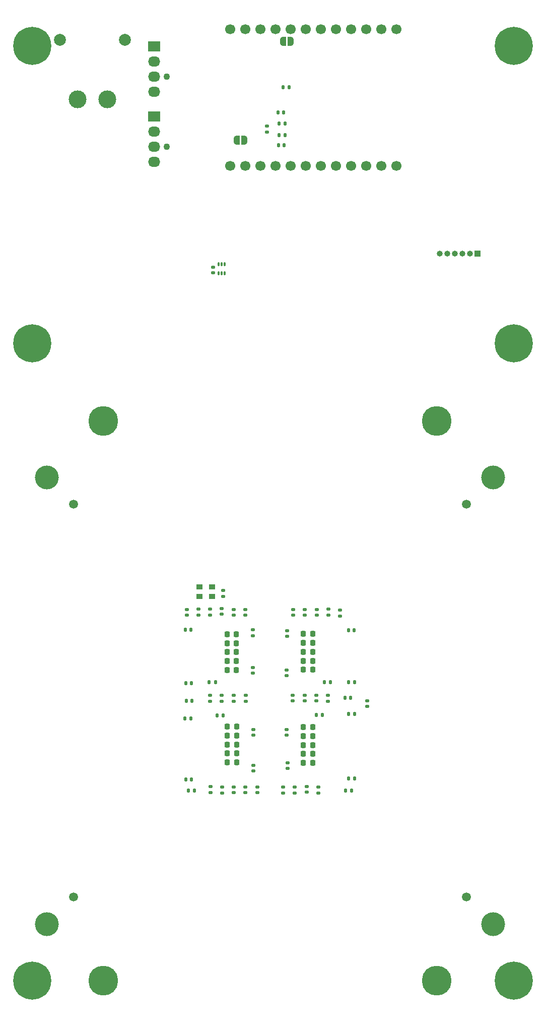
<source format=gbs>
G04 #@! TF.GenerationSoftware,KiCad,Pcbnew,9.0.1*
G04 #@! TF.CreationDate,2025-06-03T01:03:25-04:00*
G04 #@! TF.ProjectId,nerdqaxe++,6e657264-7161-4786-952b-2b2e6b696361,rev?*
G04 #@! TF.SameCoordinates,Original*
G04 #@! TF.FileFunction,Soldermask,Bot*
G04 #@! TF.FilePolarity,Negative*
%FSLAX46Y46*%
G04 Gerber Fmt 4.6, Leading zero omitted, Abs format (unit mm)*
G04 Created by KiCad (PCBNEW 9.0.1) date 2025-06-03 01:03:25*
%MOMM*%
%LPD*%
G01*
G04 APERTURE LIST*
G04 Aperture macros list*
%AMRoundRect*
0 Rectangle with rounded corners*
0 $1 Rounding radius*
0 $2 $3 $4 $5 $6 $7 $8 $9 X,Y pos of 4 corners*
0 Add a 4 corners polygon primitive as box body*
4,1,4,$2,$3,$4,$5,$6,$7,$8,$9,$2,$3,0*
0 Add four circle primitives for the rounded corners*
1,1,$1+$1,$2,$3*
1,1,$1+$1,$4,$5*
1,1,$1+$1,$6,$7*
1,1,$1+$1,$8,$9*
0 Add four rect primitives between the rounded corners*
20,1,$1+$1,$2,$3,$4,$5,0*
20,1,$1+$1,$4,$5,$6,$7,0*
20,1,$1+$1,$6,$7,$8,$9,0*
20,1,$1+$1,$8,$9,$2,$3,0*%
%AMFreePoly0*
4,1,23,0.500000,-0.750000,0.000000,-0.750000,0.000000,-0.745722,-0.065263,-0.745722,-0.191342,-0.711940,-0.304381,-0.646677,-0.396677,-0.554381,-0.461940,-0.441342,-0.495722,-0.315263,-0.495722,-0.250000,-0.500000,-0.250000,-0.500000,0.250000,-0.495722,0.250000,-0.495722,0.315263,-0.461940,0.441342,-0.396677,0.554381,-0.304381,0.646677,-0.191342,0.711940,-0.065263,0.745722,0.000000,0.745722,
0.000000,0.750000,0.500000,0.750000,0.500000,-0.750000,0.500000,-0.750000,$1*%
%AMFreePoly1*
4,1,23,0.000000,0.745722,0.065263,0.745722,0.191342,0.711940,0.304381,0.646677,0.396677,0.554381,0.461940,0.441342,0.495722,0.315263,0.495722,0.250000,0.500000,0.250000,0.500000,-0.250000,0.495722,-0.250000,0.495722,-0.315263,0.461940,-0.441342,0.396677,-0.554381,0.304381,-0.646677,0.191342,-0.711940,0.065263,-0.745722,0.000000,-0.745722,0.000000,-0.750000,-0.500000,-0.750000,
-0.500000,0.750000,0.000000,0.750000,0.000000,0.745722,0.000000,0.745722,$1*%
G04 Aperture macros list end*
%ADD10C,0.800000*%
%ADD11C,6.400000*%
%ADD12C,4.000000*%
%ADD13C,5.000000*%
%ADD14C,1.700000*%
%ADD15C,3.000000*%
%ADD16C,2.000000*%
%ADD17C,1.500000*%
%ADD18R,1.000000X1.000000*%
%ADD19O,1.000000X1.000000*%
%ADD20C,1.100000*%
%ADD21R,2.030000X1.730000*%
%ADD22O,2.030000X1.730000*%
%ADD23RoundRect,0.140000X-0.170000X0.140000X-0.170000X-0.140000X0.170000X-0.140000X0.170000X0.140000X0*%
%ADD24RoundRect,0.140000X0.140000X0.170000X-0.140000X0.170000X-0.140000X-0.170000X0.140000X-0.170000X0*%
%ADD25RoundRect,0.135000X-0.135000X-0.185000X0.135000X-0.185000X0.135000X0.185000X-0.135000X0.185000X0*%
%ADD26RoundRect,0.225000X0.225000X0.250000X-0.225000X0.250000X-0.225000X-0.250000X0.225000X-0.250000X0*%
%ADD27RoundRect,0.225000X-0.225000X-0.250000X0.225000X-0.250000X0.225000X0.250000X-0.225000X0.250000X0*%
%ADD28RoundRect,0.135000X0.135000X0.185000X-0.135000X0.185000X-0.135000X-0.185000X0.135000X-0.185000X0*%
%ADD29RoundRect,0.140000X0.170000X-0.140000X0.170000X0.140000X-0.170000X0.140000X-0.170000X-0.140000X0*%
%ADD30RoundRect,0.135000X-0.185000X0.135000X-0.185000X-0.135000X0.185000X-0.135000X0.185000X0.135000X0*%
%ADD31RoundRect,0.140000X-0.140000X-0.170000X0.140000X-0.170000X0.140000X0.170000X-0.140000X0.170000X0*%
%ADD32RoundRect,0.135000X0.185000X-0.135000X0.185000X0.135000X-0.185000X0.135000X-0.185000X-0.135000X0*%
%ADD33R,1.000000X0.900000*%
%ADD34FreePoly0,0.000000*%
%ADD35FreePoly1,0.000000*%
%ADD36RoundRect,0.050000X0.100000X-0.285000X0.100000X0.285000X-0.100000X0.285000X-0.100000X-0.285000X0*%
G04 APERTURE END LIST*
D10*
X133600000Y-78000000D03*
X134302944Y-76302944D03*
X134302944Y-79697056D03*
X136000000Y-75600000D03*
D11*
X136000000Y-78000000D03*
D10*
X136000000Y-80400000D03*
X137697056Y-76302944D03*
X137697056Y-79697056D03*
X138400000Y-78000000D03*
D12*
X132500000Y-100500000D03*
D13*
X67000000Y-91000000D03*
D14*
X88310000Y-25250000D03*
X90850000Y-25250000D03*
X93390000Y-25250000D03*
X95930000Y-25250000D03*
X98470000Y-25250000D03*
X101010000Y-25250000D03*
X103550000Y-25250000D03*
X106090000Y-25250000D03*
X108630000Y-25250000D03*
X111170000Y-25250000D03*
X113710000Y-25250000D03*
X116250000Y-25250000D03*
X116250000Y-48170000D03*
X113710000Y-48170000D03*
X111170000Y-48170000D03*
X108630000Y-48170000D03*
X106090000Y-48170000D03*
X103550000Y-48170000D03*
X101010000Y-48170000D03*
X98470000Y-48170000D03*
X95930000Y-48170000D03*
X93390000Y-48170000D03*
X90850000Y-48170000D03*
X88310000Y-48170000D03*
D10*
X52600000Y-28000000D03*
X53302944Y-26302944D03*
X53302944Y-29697056D03*
X55000000Y-25600000D03*
D11*
X55000000Y-28000000D03*
D10*
X55000000Y-30400000D03*
X56697056Y-26302944D03*
X56697056Y-29697056D03*
X57400000Y-28000000D03*
D15*
X62650000Y-37000000D03*
X67650000Y-37000000D03*
D16*
X59650000Y-27000000D03*
X70650000Y-27000000D03*
D13*
X123000000Y-185000000D03*
D17*
X62000000Y-171000000D03*
D18*
X129875000Y-62900000D03*
D19*
X128605000Y-62900000D03*
X127335000Y-62900000D03*
X126065000Y-62900000D03*
X124795000Y-62900000D03*
X123525000Y-62900000D03*
D20*
X77660000Y-44980000D03*
D21*
X75500000Y-39900000D03*
D22*
X75500000Y-42440000D03*
X75500000Y-44980000D03*
X75500000Y-47520000D03*
D13*
X123000000Y-91000000D03*
X67000000Y-185000000D03*
D17*
X128000000Y-105000000D03*
X62000000Y-105000000D03*
D12*
X57500000Y-100500000D03*
D10*
X133600000Y-28000000D03*
X134302944Y-26302944D03*
X134302944Y-29697056D03*
X136000000Y-25600000D03*
D11*
X136000000Y-28000000D03*
D10*
X136000000Y-30400000D03*
X137697056Y-26302944D03*
X137697056Y-29697056D03*
X138400000Y-28000000D03*
D20*
X77660000Y-33180000D03*
D21*
X75500000Y-28100000D03*
D22*
X75500000Y-30640000D03*
X75500000Y-33180000D03*
X75500000Y-35720000D03*
D10*
X52600000Y-78000000D03*
X53302944Y-76302944D03*
X53302944Y-79697056D03*
X55000000Y-75600000D03*
D11*
X55000000Y-78000000D03*
D10*
X55000000Y-80400000D03*
X56697056Y-76302944D03*
X56697056Y-79697056D03*
X57400000Y-78000000D03*
D12*
X57500000Y-175500000D03*
D10*
X133600000Y-185000000D03*
X134302944Y-183302944D03*
X134302944Y-186697056D03*
X136000000Y-182600000D03*
D11*
X136000000Y-185000000D03*
D10*
X136000000Y-187400000D03*
X137697056Y-183302944D03*
X137697056Y-186697056D03*
X138400000Y-185000000D03*
D17*
X128000000Y-171000000D03*
D12*
X132500000Y-175500000D03*
D10*
X52600000Y-185000000D03*
X53302944Y-183302944D03*
X53302944Y-186697056D03*
X55000000Y-182600000D03*
D11*
X55000000Y-185000000D03*
D10*
X55000000Y-187400000D03*
X56697056Y-183302944D03*
X56697056Y-186697056D03*
X57400000Y-185000000D03*
D13*
X67000000Y-91000000D03*
D23*
X92180000Y-142810000D03*
X92180000Y-143770000D03*
D24*
X109180000Y-140200000D03*
X108220000Y-140200000D03*
D25*
X86100000Y-140460000D03*
X87120000Y-140460000D03*
D26*
X89365000Y-126880000D03*
X87815000Y-126880000D03*
D27*
X100605000Y-142450000D03*
X102155000Y-142450000D03*
D28*
X97497500Y-43000000D03*
X96477500Y-43000000D03*
D27*
X100625000Y-146950000D03*
X102175000Y-146950000D03*
D23*
X102860000Y-122660000D03*
X102860000Y-123620000D03*
D29*
X97190000Y-153480000D03*
X97190000Y-152520000D03*
D30*
X104720000Y-137090000D03*
X104720000Y-138110000D03*
D31*
X96320000Y-39200000D03*
X97280000Y-39200000D03*
D23*
X92855000Y-152490000D03*
X92855000Y-153450000D03*
D26*
X89375000Y-142380000D03*
X87825000Y-142380000D03*
D29*
X86890000Y-138075000D03*
X86890000Y-137115000D03*
D30*
X103100000Y-152480000D03*
X103100000Y-153500000D03*
D26*
X89325000Y-131350000D03*
X87775000Y-131350000D03*
D23*
X106790000Y-122820000D03*
X106790000Y-123780000D03*
D32*
X84900000Y-138120000D03*
X84900000Y-137100000D03*
D26*
X89375000Y-145350000D03*
X87825000Y-145350000D03*
D28*
X85810000Y-134900000D03*
X84790000Y-134900000D03*
D27*
X100625000Y-145450000D03*
X102175000Y-145450000D03*
D23*
X88870000Y-152490000D03*
X88870000Y-153450000D03*
D24*
X81720000Y-126120000D03*
X80760000Y-126120000D03*
D25*
X104160000Y-134890000D03*
X105180000Y-134890000D03*
D31*
X107600000Y-137500000D03*
X108560000Y-137500000D03*
D24*
X81880000Y-138030000D03*
X80920000Y-138030000D03*
D23*
X92200000Y-148820000D03*
X92200000Y-149780000D03*
D29*
X101150000Y-153380000D03*
X101150000Y-152420000D03*
D24*
X109180000Y-151100000D03*
X108220000Y-151100000D03*
D27*
X100625000Y-148420000D03*
X102175000Y-148420000D03*
D29*
X111300000Y-138980000D03*
X111300000Y-138020000D03*
X88890000Y-138075000D03*
X88890000Y-137115000D03*
D30*
X85010000Y-152450000D03*
X85010000Y-153470000D03*
D26*
X89375000Y-143850000D03*
X87825000Y-143850000D03*
D31*
X80820000Y-135070000D03*
X81780000Y-135070000D03*
D29*
X99175000Y-153495000D03*
X99175000Y-152535000D03*
D31*
X80720000Y-141020000D03*
X81680000Y-141020000D03*
D23*
X92100000Y-132420000D03*
X92100000Y-133380000D03*
X85400000Y-65220000D03*
X85400000Y-66180000D03*
D32*
X86920000Y-153480000D03*
X86920000Y-152460000D03*
D29*
X90887476Y-123618486D03*
X90887476Y-122658486D03*
D26*
X89365000Y-129850000D03*
X87815000Y-129850000D03*
D29*
X102770000Y-138050000D03*
X102770000Y-137090000D03*
X97980000Y-149370000D03*
X97980000Y-148410000D03*
X87100000Y-120480000D03*
X87100000Y-119520000D03*
D31*
X108170000Y-126130000D03*
X109130000Y-126130000D03*
D29*
X94500000Y-42480000D03*
X94500000Y-41520000D03*
X97800000Y-133780000D03*
X97800000Y-132820000D03*
D27*
X100625000Y-128300000D03*
X102175000Y-128300000D03*
D30*
X84927476Y-122618486D03*
X84927476Y-123638486D03*
D29*
X88887476Y-123618486D03*
X88887476Y-122658486D03*
D27*
X100625000Y-126800000D03*
X102175000Y-126800000D03*
D29*
X97820000Y-143770000D03*
X97820000Y-142810000D03*
D28*
X103780000Y-140420000D03*
X102760000Y-140420000D03*
D23*
X100850000Y-122660000D03*
X100850000Y-123620000D03*
D33*
X85275000Y-120475000D03*
X83125000Y-120475000D03*
X83125000Y-118925000D03*
X85275000Y-118925000D03*
D26*
X89365000Y-128350000D03*
X87815000Y-128350000D03*
D24*
X109180000Y-134900000D03*
X108220000Y-134900000D03*
D32*
X83007476Y-123638486D03*
X83007476Y-122618486D03*
D28*
X97497500Y-41100000D03*
X96477500Y-41100000D03*
D34*
X89390000Y-43890000D03*
D35*
X90690000Y-43890000D03*
D26*
X89325000Y-132850000D03*
X87775000Y-132850000D03*
D32*
X104820000Y-123660000D03*
X104820000Y-122640000D03*
D31*
X80820000Y-151200000D03*
X81780000Y-151200000D03*
D24*
X82260000Y-153130000D03*
X81300000Y-153130000D03*
X97380000Y-44700000D03*
X96420000Y-44700000D03*
X98180000Y-34970000D03*
X97220000Y-34970000D03*
D27*
X100625000Y-143950000D03*
X102175000Y-143950000D03*
X100605000Y-132770000D03*
X102155000Y-132770000D03*
D29*
X90890000Y-138075000D03*
X90890000Y-137115000D03*
D36*
X87368609Y-66200000D03*
X86868609Y-66200000D03*
X86368609Y-66200000D03*
X86368609Y-64720000D03*
X86868609Y-64720000D03*
X87368609Y-64720000D03*
D34*
X97200000Y-27250000D03*
D35*
X98500000Y-27250000D03*
D26*
X89375000Y-148350000D03*
X87825000Y-148350000D03*
D31*
X107720000Y-153100000D03*
X108680000Y-153100000D03*
D26*
X89375000Y-146850000D03*
X87825000Y-146850000D03*
D27*
X100625000Y-131300000D03*
X102175000Y-131300000D03*
D29*
X86887476Y-123480000D03*
X86887476Y-122520000D03*
D23*
X90870000Y-152490000D03*
X90870000Y-153450000D03*
D29*
X98830000Y-138060000D03*
X98830000Y-137100000D03*
X97900000Y-127180000D03*
X97900000Y-126220000D03*
D23*
X81030000Y-122660000D03*
X81030000Y-123620000D03*
X92100000Y-126120000D03*
X92100000Y-127080000D03*
X98890000Y-122660000D03*
X98890000Y-123620000D03*
D29*
X100800000Y-138050000D03*
X100800000Y-137090000D03*
D27*
X100625000Y-129800000D03*
X102175000Y-129800000D03*
M02*

</source>
